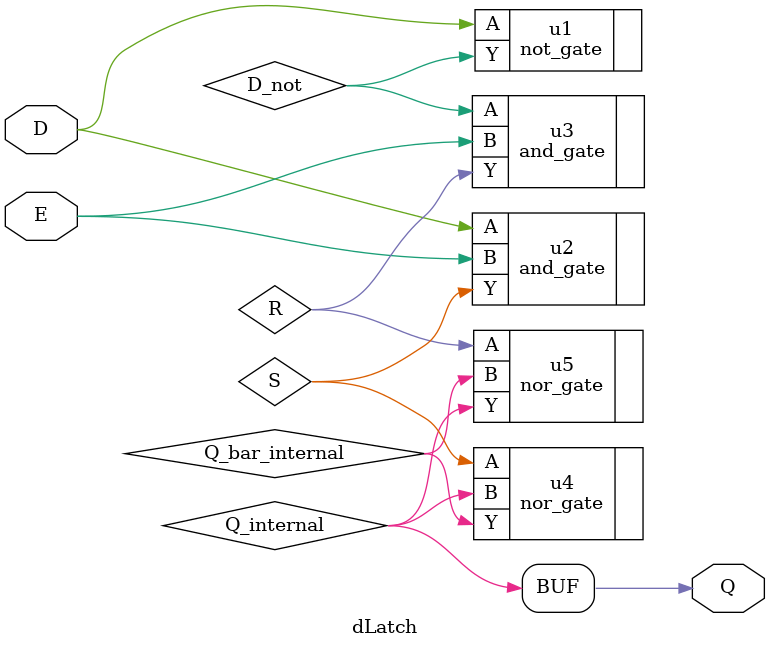
<source format=v>
`timescale 1ns/1ps

module dLatch (
    input wire D,
    input wire E,
    output wire Q
);

    wire D_not;
    wire S, R;
    wire Q_internal, Q_bar_internal;

    // Invert D
    not_gate u1 (.A(D), .Y(D_not));

    // Generate S and R
    and_gate u2 (.A(D),     .B(E), .Y(S));  // S = D & E
    and_gate u3 (.A(D_not), .B(E), .Y(R));  // R = ~D & E

    // Cross-coupled NOR gates (correct orientation!)
    nor_gate u4 (.A(S), .B(Q_internal), .Y(Q_bar_internal)); // Q = ~(S + Q̄)
    nor_gate u5 (.A(R), .B(Q_bar_internal),     .Y(Q_internal)); // Q̄ = ~(R + Q)

    assign Q = Q_internal;

endmodule

</source>
